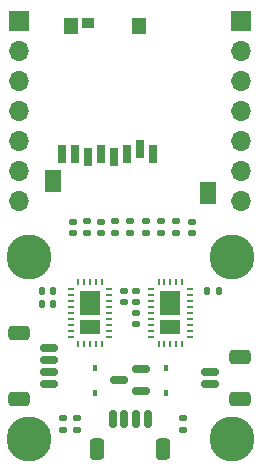
<source format=gbr>
%TF.GenerationSoftware,KiCad,Pcbnew,(6.0.7)*%
%TF.CreationDate,2022-10-22T00:01:00+08:00*%
%TF.ProjectId,pcb_rear,7063625f-7265-4617-922e-6b696361645f,rev?*%
%TF.SameCoordinates,Original*%
%TF.FileFunction,Soldermask,Top*%
%TF.FilePolarity,Negative*%
%FSLAX46Y46*%
G04 Gerber Fmt 4.6, Leading zero omitted, Abs format (unit mm)*
G04 Created by KiCad (PCBNEW (6.0.7)) date 2022-10-22 00:01:00*
%MOMM*%
%LPD*%
G01*
G04 APERTURE LIST*
G04 Aperture macros list*
%AMRoundRect*
0 Rectangle with rounded corners*
0 $1 Rounding radius*
0 $2 $3 $4 $5 $6 $7 $8 $9 X,Y pos of 4 corners*
0 Add a 4 corners polygon primitive as box body*
4,1,4,$2,$3,$4,$5,$6,$7,$8,$9,$2,$3,0*
0 Add four circle primitives for the rounded corners*
1,1,$1+$1,$2,$3*
1,1,$1+$1,$4,$5*
1,1,$1+$1,$6,$7*
1,1,$1+$1,$8,$9*
0 Add four rect primitives between the rounded corners*
20,1,$1+$1,$2,$3,$4,$5,0*
20,1,$1+$1,$4,$5,$6,$7,0*
20,1,$1+$1,$6,$7,$8,$9,0*
20,1,$1+$1,$8,$9,$2,$3,0*%
G04 Aperture macros list end*
%ADD10C,3.800000*%
%ADD11R,1.700000X1.700000*%
%ADD12O,1.700000X1.700000*%
%ADD13R,0.500000X0.200000*%
%ADD14R,0.200000X0.500000*%
%ADD15R,1.690000X2.050000*%
%ADD16R,1.690000X1.190000*%
%ADD17R,0.450000X0.600000*%
%ADD18RoundRect,0.135000X0.185000X-0.135000X0.185000X0.135000X-0.185000X0.135000X-0.185000X-0.135000X0*%
%ADD19RoundRect,0.147500X-0.172500X0.147500X-0.172500X-0.147500X0.172500X-0.147500X0.172500X0.147500X0*%
%ADD20RoundRect,0.150000X0.150000X0.625000X-0.150000X0.625000X-0.150000X-0.625000X0.150000X-0.625000X0*%
%ADD21RoundRect,0.250000X0.350000X0.650000X-0.350000X0.650000X-0.350000X-0.650000X0.350000X-0.650000X0*%
%ADD22RoundRect,0.140000X0.170000X-0.140000X0.170000X0.140000X-0.170000X0.140000X-0.170000X-0.140000X0*%
%ADD23RoundRect,0.140000X0.140000X0.170000X-0.140000X0.170000X-0.140000X-0.170000X0.140000X-0.170000X0*%
%ADD24R,1.300000X1.400000*%
%ADD25R,1.000000X0.950000*%
%ADD26R,1.400000X1.900000*%
%ADD27R,0.800000X1.500000*%
%ADD28RoundRect,0.150000X-0.625000X0.150000X-0.625000X-0.150000X0.625000X-0.150000X0.625000X0.150000X0*%
%ADD29RoundRect,0.250000X-0.650000X0.350000X-0.650000X-0.350000X0.650000X-0.350000X0.650000X0.350000X0*%
%ADD30RoundRect,0.150000X0.587500X0.150000X-0.587500X0.150000X-0.587500X-0.150000X0.587500X-0.150000X0*%
%ADD31RoundRect,0.135000X-0.185000X0.135000X-0.185000X-0.135000X0.185000X-0.135000X0.185000X0.135000X0*%
%ADD32RoundRect,0.150000X0.625000X-0.150000X0.625000X0.150000X-0.625000X0.150000X-0.625000X-0.150000X0*%
%ADD33RoundRect,0.250000X0.650000X-0.350000X0.650000X0.350000X-0.650000X0.350000X-0.650000X-0.350000X0*%
%ADD34RoundRect,0.140000X-0.140000X-0.170000X0.140000X-0.170000X0.140000X0.170000X-0.140000X0.170000X0*%
%ADD35RoundRect,0.140000X-0.170000X0.140000X-0.170000X-0.140000X0.170000X-0.140000X0.170000X0.140000X0*%
G04 APERTURE END LIST*
D10*
%TO.C,H1*%
X-8600000Y-12400000D03*
%TD*%
D11*
%TO.C,J1*%
X-9400000Y7620000D03*
D12*
X-9400000Y5080000D03*
X-9400000Y2540000D03*
X-9400000Y0D03*
X-9400000Y-2540000D03*
X-9400000Y-5080000D03*
X-9400000Y-7620000D03*
%TD*%
D11*
%TO.C,J2*%
X9400000Y7600000D03*
D12*
X9400000Y5060000D03*
X9400000Y2520000D03*
X9400000Y-20000D03*
X9400000Y-2560000D03*
X9400000Y-5100000D03*
X9400000Y-7640000D03*
%TD*%
D13*
%TO.C,U1*%
X-5045000Y-15100000D03*
X-5045000Y-15600000D03*
X-5045000Y-16100000D03*
X-5045000Y-16600000D03*
X-5045000Y-17100000D03*
X-5045000Y-17600000D03*
X-5045000Y-18100000D03*
X-5045000Y-18600000D03*
X-5045000Y-19100000D03*
D14*
X-4400000Y-19725000D03*
X-3900000Y-19725000D03*
X-3400000Y-19725000D03*
X-2900000Y-19725000D03*
X-2400000Y-19725000D03*
D13*
X-1755000Y-19100000D03*
X-1755000Y-18600000D03*
X-1755000Y-18100000D03*
X-1755000Y-17600000D03*
X-1755000Y-17100000D03*
X-1755000Y-16600000D03*
X-1755000Y-16100000D03*
X-1755000Y-15600000D03*
X-1755000Y-15100000D03*
D14*
X-2400000Y-14475000D03*
X-2900000Y-14475000D03*
X-3400000Y-14475000D03*
X-3900000Y-14475000D03*
X-4400000Y-14475000D03*
D15*
X-3400000Y-16300000D03*
D16*
X-3400000Y-18330000D03*
%TD*%
D17*
%TO.C,D2*%
X3000000Y-21750000D03*
X3000000Y-23850000D03*
%TD*%
D18*
%TO.C,R2*%
X2600000Y-10360000D03*
X2600000Y-9340000D03*
%TD*%
D10*
%TO.C,H2*%
X8600000Y-12400000D03*
%TD*%
D18*
%TO.C,R8*%
X4500000Y-27010000D03*
X4500000Y-25990000D03*
%TD*%
D19*
%TO.C,D3*%
X-4850000Y-9365000D03*
X-4850000Y-10335000D03*
%TD*%
D20*
%TO.C,J3*%
X1500000Y-26075000D03*
X500000Y-26075000D03*
X-500000Y-26075000D03*
X-1500000Y-26075000D03*
D21*
X2800000Y-28600000D03*
X-2800000Y-28600000D03*
%TD*%
D10*
%TO.C,H4*%
X-8600000Y-27800000D03*
%TD*%
D22*
%TO.C,C8*%
X5200000Y-10330000D03*
X5200000Y-9370000D03*
%TD*%
D23*
%TO.C,C7*%
X7480000Y-15250000D03*
X6520000Y-15250000D03*
%TD*%
D24*
%TO.C,J8*%
X-4975000Y7199000D03*
D25*
X-3585000Y7425000D03*
D24*
X725000Y7199000D03*
D26*
X-6575000Y-5950000D03*
X6575000Y-6950000D03*
D27*
X1915000Y-3661000D03*
X815000Y-3261000D03*
X-285000Y-3661000D03*
X-1385000Y-3861000D03*
X-2485000Y-3661000D03*
X-3585000Y-3861000D03*
X-4685000Y-3661000D03*
X-5785000Y-3661000D03*
%TD*%
D28*
%TO.C,J5*%
X6775000Y-22100000D03*
X6775000Y-23100000D03*
D29*
X9300000Y-24400000D03*
X9300000Y-20800000D03*
%TD*%
D22*
%TO.C,C5*%
X500000Y-18080000D03*
X500000Y-17120000D03*
%TD*%
D30*
%TO.C,Q1*%
X937500Y-23750000D03*
X937500Y-21850000D03*
X-937500Y-22800000D03*
%TD*%
D18*
%TO.C,R5*%
X-1300000Y-10360000D03*
X-1300000Y-9340000D03*
%TD*%
D22*
%TO.C,C3*%
X-500000Y-16180000D03*
X-500000Y-15220000D03*
%TD*%
D17*
%TO.C,D1*%
X-3000000Y-21750000D03*
X-3000000Y-23850000D03*
%TD*%
D31*
%TO.C,R7*%
X-4500000Y-25990000D03*
X-4500000Y-27010000D03*
%TD*%
%TO.C,R6*%
X-5700000Y-25990000D03*
X-5700000Y-27010000D03*
%TD*%
D10*
%TO.C,H3*%
X8600000Y-27800000D03*
%TD*%
D32*
%TO.C,J4*%
X-6875000Y-23100000D03*
X-6875000Y-22100000D03*
X-6875000Y-21100000D03*
X-6875000Y-20100000D03*
D33*
X-9400000Y-24400000D03*
X-9400000Y-18800000D03*
%TD*%
D18*
%TO.C,R9*%
X-3650000Y-10360000D03*
X-3650000Y-9340000D03*
%TD*%
D34*
%TO.C,C1*%
X-7480000Y-15250000D03*
X-6520000Y-15250000D03*
%TD*%
D18*
%TO.C,R1*%
X3900000Y-10360000D03*
X3900000Y-9340000D03*
%TD*%
D31*
%TO.C,R3*%
X1300000Y-9340000D03*
X1300000Y-10360000D03*
%TD*%
D22*
%TO.C,C6*%
X500000Y-16180000D03*
X500000Y-15220000D03*
%TD*%
D13*
%TO.C,U2*%
X1755000Y-15100000D03*
X1755000Y-15600000D03*
X1755000Y-16100000D03*
X1755000Y-16600000D03*
X1755000Y-17100000D03*
X1755000Y-17600000D03*
X1755000Y-18100000D03*
X1755000Y-18600000D03*
X1755000Y-19100000D03*
D14*
X2400000Y-19725000D03*
X2900000Y-19725000D03*
X3400000Y-19725000D03*
X3900000Y-19725000D03*
X4400000Y-19725000D03*
D13*
X5045000Y-19100000D03*
X5045000Y-18600000D03*
X5045000Y-18100000D03*
X5045000Y-17600000D03*
X5045000Y-17100000D03*
X5045000Y-16600000D03*
X5045000Y-16100000D03*
X5045000Y-15600000D03*
X5045000Y-15100000D03*
D14*
X4400000Y-14475000D03*
X3900000Y-14475000D03*
X3400000Y-14475000D03*
X2900000Y-14475000D03*
X2400000Y-14475000D03*
D15*
X3400000Y-16300000D03*
D16*
X3400000Y-18330000D03*
%TD*%
D34*
%TO.C,C2*%
X-7480000Y-16350000D03*
X-6520000Y-16350000D03*
%TD*%
D35*
%TO.C,C4*%
X-2500000Y-9370000D03*
X-2500000Y-10330000D03*
%TD*%
D18*
%TO.C,R4*%
X0Y-10360000D03*
X0Y-9340000D03*
%TD*%
M02*

</source>
